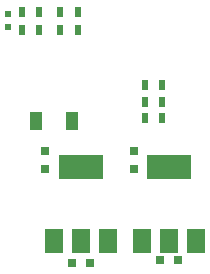
<source format=gbp>
G04 #@! TF.FileFunction,Paste,Bot*
%FSLAX46Y46*%
G04 Gerber Fmt 4.6, Leading zero omitted, Abs format (unit mm)*
G04 Created by KiCad (PCBNEW 4.0.7-e2-6376~58~ubuntu17.04.1) date Tue Dec 26 12:58:55 2017*
%MOMM*%
%LPD*%
G01*
G04 APERTURE LIST*
%ADD10C,0.100000*%
%ADD11R,1.000000X1.600000*%
%ADD12R,0.500000X0.600000*%
%ADD13R,0.800000X0.750000*%
%ADD14R,0.750000X0.800000*%
%ADD15R,0.500000X0.900000*%
%ADD16R,3.800000X2.000000*%
%ADD17R,1.500000X2.000000*%
G04 APERTURE END LIST*
D10*
D11*
X151000000Y-119250000D03*
X154000000Y-119250000D03*
D12*
X148590000Y-110194000D03*
X148590000Y-111294000D03*
D13*
X163000000Y-131000000D03*
X161500000Y-131000000D03*
D14*
X159250000Y-121750000D03*
X159250000Y-123250000D03*
D13*
X155500000Y-131250000D03*
X154000000Y-131250000D03*
D14*
X151750000Y-121750000D03*
X151750000Y-123250000D03*
D15*
X151250000Y-110000000D03*
X149750000Y-110000000D03*
X160159000Y-116205000D03*
X161659000Y-116205000D03*
X160159000Y-117602000D03*
X161659000Y-117602000D03*
X151245000Y-111506000D03*
X149745000Y-111506000D03*
X160159000Y-118999000D03*
X161659000Y-118999000D03*
X153000000Y-110000000D03*
X154500000Y-110000000D03*
X153000000Y-111500000D03*
X154500000Y-111500000D03*
D16*
X162250000Y-123100000D03*
D17*
X162250000Y-129400000D03*
X159950000Y-129400000D03*
X164550000Y-129400000D03*
D16*
X154750000Y-123100000D03*
D17*
X154750000Y-129400000D03*
X152450000Y-129400000D03*
X157050000Y-129400000D03*
M02*

</source>
